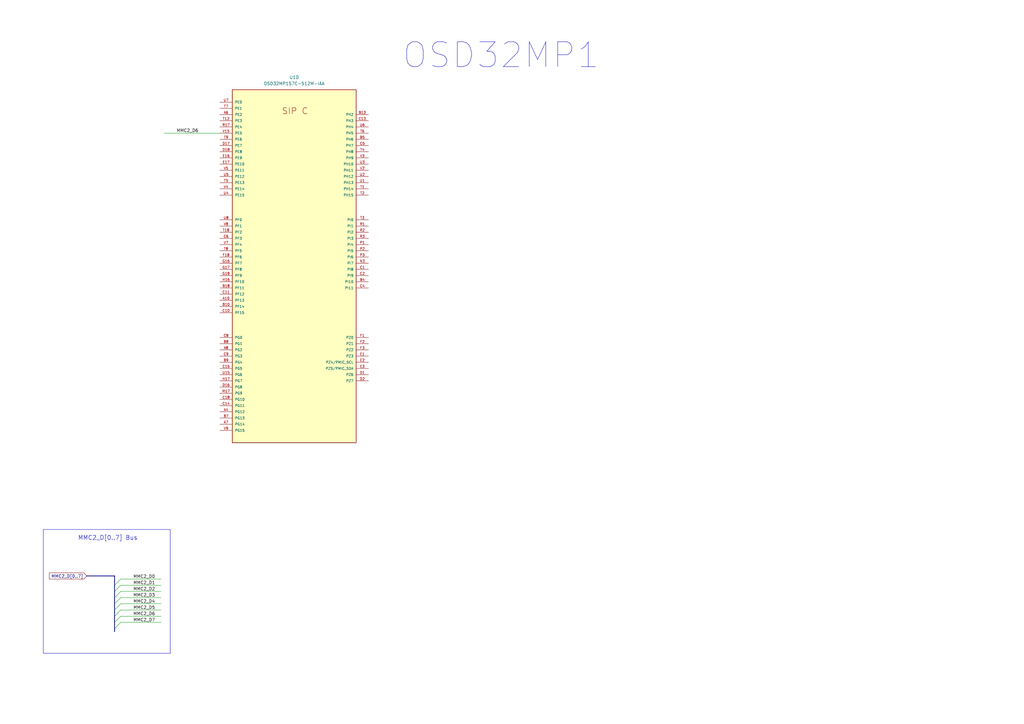
<source format=kicad_sch>
(kicad_sch (version 20231120) (generator "eeschema") (generator_version "8.0")
  (paper "A3")
  (lib_symbols
    (symbol "OSD32MP157C-512M-IAA:OSD32MP157C-512M-IAA" (pin_names (offset 1.016))
      (property "Reference" "U" (at 0 165.1 0))
      (property "Value" "OSD32MP157C-512M-IAA" (at 0 -2.54 0))
      (symbol "OSD32MP157C-512M-IAA_1_0"
        (polyline (pts (xy 0 96.52) (xy 30.48 96.52)) (stroke (width 0.254)))
        (polyline (pts (xy 30.48 10.16) (xy 30.48 0)) (stroke (width 0.254)))
        (polyline (pts (xy 30.48 10.16) (xy 30.48 12.7)) (stroke (width 0.254)))
        (polyline (pts (xy 30.48 12.7) (xy 0 12.7)) (stroke (width 0.254)))
        (polyline (pts (xy 30.48 20.32) (xy 30.48 12.7)) (stroke (width 0.254)))
        (polyline (pts (xy 30.48 20.32) (xy 30.48 27.94)) (stroke (width 0.254)))
        (polyline (pts (xy 30.48 20.32) (xy 60.96 20.32)) (stroke (width 0.254)))
        (polyline (pts (xy 30.48 27.94) (xy 0 27.94)) (stroke (width 0.254)))
        (polyline (pts (xy 30.48 33.02) (xy 30.48 27.94)) (stroke (width 0.254)))
        (polyline (pts (xy 30.48 33.02) (xy 60.96 33.02)) (stroke (width 0.254)))
        (polyline (pts (xy 30.48 43.18) (xy 0 43.18)) (stroke (width 0.254)))
        (polyline (pts (xy 30.48 43.18) (xy 30.48 33.02)) (stroke (width 0.254)))
        (polyline (pts (xy 30.48 50.8) (xy 30.48 43.18)) (stroke (width 0.254)))
        (polyline (pts (xy 30.48 50.8) (xy 60.96 50.8)) (stroke (width 0.254)))
        (polyline (pts (xy 30.48 58.42) (xy 0 58.42)) (stroke (width 0.254)))
        (polyline (pts (xy 30.48 58.42) (xy 30.48 50.8)) (stroke (width 0.254)))
        (polyline (pts (xy 30.48 73.66) (xy 0 73.66)) (stroke (width 0.254)))
        (polyline (pts (xy 30.48 73.66) (xy 30.48 58.42)) (stroke (width 0.254)))
        (polyline (pts (xy 30.48 96.52) (xy 30.48 73.66)) (stroke (width 0.254)))
        (polyline (pts (xy 30.48 162.56) (xy 30.48 96.52)) (stroke (width 0.254)))
        (polyline (pts (xy 60.96 10.16) (xy 30.48 10.16)) (stroke (width 0.254)))
        (rectangle (start 0 0) (end 60.96 162.56) (stroke (width 0.254)) (fill (type background)))
        (text "   if unused" (at 33.02 11.43 0) (effects (font (size 1.27 1.27)) (justify left bottom)))
        (text "Boot " (at 33.02 6.096 0) (effects (font (size 1.778 1.778)) (justify left bottom)))
        (text "Can be used" (at 33.02 38.1 0) (effects (font (size 1.27 1.27)) (justify left bottom)))
        (text "Config" (at 33.02 1.778 0) (effects (font (size 1.778 1.778)) (justify left bottom)))
        (text "Connect" (at 33.02 25.4 0) (effects (font (size 1.27 1.27)) (justify left bottom)))
        (text "Connect" (at 33.02 43.18 0) (effects (font (size 1.27 1.27)) (justify left bottom)))
        (text "Connect to GND" (at 2.54 10.16 0) (effects (font (size 1.27 1.27)) (justify left bottom)))
        (text "Connect to VDD" (at 33.02 15.24 0) (effects (font (size 1.27 1.27)) (justify left bottom)))
        (text "for boot config" (at 33.02 34.29 0) (effects (font (size 1.27 1.27)) (justify left bottom)))
        (text "GND to program EEPROM" (at 2.54 25.4 0) (effects (font (size 1.27 1.27)) (justify left bottom)))
        (text "Internal Use Only" (at 33.02 30.48 0) (effects (font (size 1.27 1.27)) (justify left bottom)))
        (text "Internal Use Only" (at 33.02 48.26 0) (effects (font (size 1.27 1.27)) (justify left bottom)))
        (text "Power Inputs" (at 25.4 121.92 900) (effects (font (size 2.54 2.54)) (justify left bottom)))
        (text "Power Outputs" (at 35.56 111.76 900) (effects (font (size 2.54 2.54)) (justify left bottom)))
        (text "Pull down to enable" (at 2.54 40.64 0) (effects (font (size 1.27 1.27)) (justify left bottom)))
        (text "SIP A" (at 7.62 83.82 0) (effects (font (size 2.54 2.54)) (justify left bottom)))
        (text "Together" (at 33.02 21.59 0) (effects (font (size 1.27 1.27)) (justify left bottom)))
        (text "Together" (at 33.02 39.37 0) (effects (font (size 1.27 1.27)) (justify left bottom)))
        (pin bidirectional line (at -5.08 66.04 0) (length 5.08) (name "PMIC_PONKEYN") (number "D3"))
        (pin bidirectional line (at -5.08 157.48 0) (length 5.08) (name "VIN_1") (number "G1"))
        (pin bidirectional line (at 66.04 124.46 180) (length 5.08) (name "PMIC_SWOUT_2") (number "G10"))
        (pin bidirectional line (at -5.08 152.4 0) (length 5.08) (name "VIN_3") (number "G2"))
        (pin bidirectional line (at -5.08 101.6 0) (length 5.08) (name "PMIC_LDO25IN") (number "G3"))
        (pin bidirectional line (at 66.04 86.36 180) (length 5.08) (name "PMIC_LDO2") (number "G4"))
        (pin bidirectional line (at 66.04 2.54 180) (length 5.08) (name "BOOT2") (number "G6"))
        (pin bidirectional line (at 66.04 48.26 180) (length 5.08) (name "VDD_1") (number "G7"))
        (pin bidirectional line (at 66.04 73.66 180) (length 5.08) (name "PMIC_LDO5") (number "G8"))
        (pin bidirectional line (at 66.04 127 180) (length 5.08) (name "PMIC_SWOUT_1") (number "G9"))
        (pin bidirectional line (at -5.08 154.94 0) (length 5.08) (name "VIN_2") (number "H1"))
        (pin bidirectional line (at -5.08 149.86 0) (length 5.08) (name "VIN_4") (number "H2"))
        (pin bidirectional line (at 66.04 157.48 180) (length 5.08) (name "PMIC_VOUT4_1") (number "H3"))
        (pin bidirectional line (at 66.04 60.96 180) (length 5.08) (name "PMIC_LDO6") (number "H4"))
        (pin bidirectional line (at 66.04 5.08 180) (length 5.08) (name "BOOT1") (number "H6"))
        (pin bidirectional line (at 66.04 45.72 180) (length 5.08) (name "VDD_2") (number "H7"))
        (pin bidirectional line (at -5.08 116.84 0) (length 5.08) (name "PMIC_SWIN_1") (number "H8"))
        (pin bidirectional line (at -5.08 114.3 0) (length 5.08) (name "PMIC_SWIN_2") (number "H9"))
        (pin bidirectional line (at -5.08 35.56 0) (length 5.08) (name "HSE_OSC_OEN") (number "J1"))
        (pin bidirectional line (at 66.04 154.94 180) (length 5.08) (name "PMIC_VOUT4_2") (number "J3"))
        (pin bidirectional line (at 66.04 99.06 180) (length 5.08) (name "PMIC_LDO1") (number "J4"))
        (pin bidirectional line (at 66.04 7.62 180) (length 5.08) (name "BOOT0") (number "J6"))
        (pin bidirectional line (at 66.04 43.18 180) (length 5.08) (name "VDD_3") (number "J7"))
        (pin bidirectional line (at 66.04 142.24 180) (length 5.08) (name "PMIC_BSTOUT_1") (number "J8"))
        (pin bidirectional line (at 66.04 139.7 180) (length 5.08) (name "PMIC_BSTOUT_2") (number "J9"))
        (pin bidirectional line (at 66.04 15.24 180) (length 5.08) (name "VBAT") (number "K3"))
        (pin bidirectional line (at 66.04 30.48 180) (length 5.08) (name "VDD_7") (number "K4"))
        (pin bidirectional line (at 66.04 40.64 180) (length 5.08) (name "VDD_4") (number "K7"))
        (pin bidirectional line (at 66.04 111.76 180) (length 5.08) (name "PMIC_VBUSOTG") (number "K8"))
        (pin bidirectional line (at 66.04 27.94 180) (length 5.08) (name "VDD_8") (number "L4"))
        (pin bidirectional line (at 66.04 38.1 180) (length 5.08) (name "VDD_5") (number "L7"))
        (pin bidirectional line (at -5.08 137.16 0) (length 5.08) (name "PMIC_BSTIN_1") (number "L8"))
        (pin bidirectional line (at -5.08 132.08 0) (length 5.08) (name "PMIC_BSTIN_3") (number "L9"))
        (pin bidirectional line (at -5.08 5.08 0) (length 5.08) (name "BYPASS_REG1V8") (number "M10"))
        (pin bidirectional line (at -5.08 50.8 0) (length 5.08) (name "NRST") (number "M3"))
        (pin bidirectional line (at 66.04 25.4 180) (length 5.08) (name "VDD_9") (number "M4"))
        (pin bidirectional line (at 66.04 35.56 180) (length 5.08) (name "VDD_6") (number "M7"))
        (pin bidirectional line (at -5.08 134.62 0) (length 5.08) (name "PMIC_BSTIN_2") (number "M8"))
        (pin bidirectional line (at -5.08 129.54 0) (length 5.08) (name "PMIC_BSTIN_4") (number "M9"))
        (pin bidirectional line (at -5.08 20.32 0) (length 5.08) (name "EEPROM_WP") (number "P4"))
      )
      (symbol "OSD32MP157C-512M-IAA_2_0"
        (rectangle (start 0 0) (end 50.8 96.52) (stroke (width 0.254)) (fill (type background)))
        (text "SIP B" (at 20.32 81.28 0) (effects (font (size 2.54 2.54)) (justify left bottom)))
        (pin bidirectional line (at -5.08 43.18 0) (length 5.08) (name "PB0") (number "A11"))
        (pin bidirectional line (at -5.08 73.66 0) (length 5.08) (name "PA7") (number "A12"))
        (pin bidirectional line (at -5.08 17.78 0) (length 5.08) (name "PB10") (number "A13"))
        (pin bidirectional line (at -5.08 10.16 0) (length 5.08) (name "PB13") (number "A14"))
        (pin bidirectional line (at -5.08 86.36 0) (length 5.08) (name "PA2") (number "A15"))
        (pin bidirectional line (at -5.08 78.74 0) (length 5.08) (name "PA5") (number "A16"))
        (pin bidirectional line (at 55.88 91.44 180) (length 5.08) (name "PC0") (number "A17"))
        (pin bidirectional line (at 55.88 5.08 180) (length 5.08) (name "PD15") (number "A2"))
        (pin bidirectional line (at -5.08 58.42 0) (length 5.08) (name "PA13") (number "A3"))
        (pin bidirectional line (at -5.08 83.82 0) (length 5.08) (name "PA3") (number "A5"))
        (pin bidirectional line (at -5.08 15.24 0) (length 5.08) (name "PB11") (number "A9"))
        (pin bidirectional line (at 55.88 20.32 180) (length 5.08) (name "PD9") (number "B1"))
        (pin bidirectional line (at -5.08 40.64 0) (length 5.08) (name "PB1") (number "B11"))
        (pin bidirectional line (at 55.88 81.28 180) (length 5.08) (name "PC4") (number "B12"))
        (pin bidirectional line (at -5.08 12.7 0) (length 5.08) (name "PB12") (number "B14"))
        (pin bidirectional line (at 55.88 88.9 180) (length 5.08) (name "PC1") (number "B15"))
        (pin bidirectional line (at -5.08 81.28 0) (length 5.08) (name "PA4") (number "B16"))
        (pin bidirectional line (at -5.08 76.2 0) (length 5.08) (name "PA6") (number "B17"))
        (pin bidirectional line (at 55.88 22.86 180) (length 5.08) (name "PD8") (number "B2"))
        (pin bidirectional line (at -5.08 55.88 0) (length 5.08) (name "PA14") (number "B3"))
        (pin bidirectional line (at 55.88 83.82 180) (length 5.08) (name "PC3") (number "B6"))
        (pin bidirectional line (at 55.88 78.74 180) (length 5.08) (name "PC5") (number "C12"))
        (pin bidirectional line (at -5.08 88.9 0) (length 5.08) (name "PA1") (number "C16"))
        (pin bidirectional line (at -5.08 30.48 0) (length 5.08) (name "PB5") (number "C17"))
        (pin bidirectional line (at 55.88 7.62 180) (length 5.08) (name "PD14") (number "C3"))
        (pin bidirectional line (at 55.88 86.36 180) (length 5.08) (name "PC2") (number "C7"))
        (pin bidirectional line (at 55.88 15.24 180) (length 5.08) (name "PD11") (number "E18"))
        (pin bidirectional line (at 55.88 12.7 180) (length 5.08) (name "PD12") (number "F16"))
        (pin bidirectional line (at 55.88 10.16 180) (length 5.08) (name "PD13") (number "F17"))
        (pin bidirectional line (at -5.08 27.94 0) (length 5.08) (name "PB6") (number "H18"))
        (pin bidirectional line (at -5.08 66.04 0) (length 5.08) (name "PA10") (number "L16"))
        (pin bidirectional line (at -5.08 63.5 0) (length 5.08) (name "PA11") (number "L17"))
        (pin bidirectional line (at -5.08 60.96 0) (length 5.08) (name "PA12") (number "L18"))
        (pin bidirectional line (at -5.08 38.1 0) (length 5.08) (name "PB2") (number "M18"))
        (pin bidirectional line (at 55.88 53.34 180) (length 5.08) (name "PC15-OSC32_OUT") (number "N1"))
        (pin bidirectional line (at 55.88 55.88 180) (length 5.08) (name "PC14-OSC32_IN") (number "N2"))
        (pin bidirectional line (at 55.88 73.66 180) (length 5.08) (name "PC7") (number "R16"))
        (pin bidirectional line (at 55.88 76.2 180) (length 5.08) (name "PC6") (number "R18"))
        (pin bidirectional line (at 55.88 27.94 180) (length 5.08) (name "PD6") (number "T10"))
        (pin bidirectional line (at 55.88 35.56 180) (length 5.08) (name "PD3") (number "T11"))
        (pin bidirectional line (at -5.08 22.86 0) (length 5.08) (name "PB8") (number "T13"))
        (pin bidirectional line (at -5.08 7.62 0) (length 5.08) (name "PB14") (number "T14"))
        (pin bidirectional line (at -5.08 53.34 0) (length 5.08) (name "PA15") (number "T15"))
        (pin bidirectional line (at 55.88 71.12 180) (length 5.08) (name "PC8") (number "T16"))
        (pin bidirectional line (at -5.08 71.12 0) (length 5.08) (name "PA8") (number "T17"))
        (pin bidirectional line (at 55.88 30.48 180) (length 5.08) (name "PD5") (number "U10"))
        (pin bidirectional line (at 55.88 40.64 180) (length 5.08) (name "PD1") (number "U11"))
        (pin bidirectional line (at -5.08 68.58 0) (length 5.08) (name "PA9") (number "U12"))
        (pin bidirectional line (at -5.08 20.32 0) (length 5.08) (name "PB9") (number "U13"))
        (pin bidirectional line (at -5.08 33.02 0) (length 5.08) (name "PB4") (number "U14"))
        (pin bidirectional line (at 55.88 68.58 180) (length 5.08) (name "PC9") (number "U16"))
        (pin bidirectional line (at 55.88 63.5 180) (length 5.08) (name "PC11") (number "U17"))
        (pin bidirectional line (at 55.88 38.1 180) (length 5.08) (name "PD2") (number "U18"))
        (pin bidirectional line (at 55.88 25.4 180) (length 5.08) (name "PD7") (number "U9"))
        (pin bidirectional line (at 55.88 33.02 180) (length 5.08) (name "PD4") (number "V10"))
        (pin bidirectional line (at 55.88 43.18 180) (length 5.08) (name "PD0") (number "V11"))
        (pin bidirectional line (at -5.08 25.4 0) (length 5.08) (name "PB7") (number "V12"))
        (pin bidirectional line (at -5.08 5.08 0) (length 5.08) (name "PB15") (number "V13"))
        (pin bidirectional line (at -5.08 35.56 0) (length 5.08) (name "PB3") (number "V14"))
        (pin bidirectional line (at 55.88 66.04 180) (length 5.08) (name "PC10") (number "V16"))
        (pin bidirectional line (at 55.88 60.96 180) (length 5.08) (name "PC12") (number "V17"))
        (pin bidirectional line (at 55.88 17.78 180) (length 5.08) (name "PD10") (number "V6"))
      )
      (symbol "OSD32MP157C-512M-IAA_3_0"
        (polyline (pts (xy 0 30.48) (xy 25.4 30.48)) (stroke (width 0.254)))
        (polyline (pts (xy 0 40.64) (xy 25.4 40.64)) (stroke (width 0.254)))
        (polyline (pts (xy 25.4 25.4) (xy 25.4 0)) (stroke (width 0.254)))
        (polyline (pts (xy 25.4 25.4) (xy 50.8 25.4)) (stroke (width 0.254)))
        (polyline (pts (xy 25.4 30.48) (xy 25.4 25.4)) (stroke (width 0.254)))
        (polyline (pts (xy 25.4 38.1) (xy 25.4 30.48)) (stroke (width 0.254)))
        (polyline (pts (xy 25.4 38.1) (xy 50.8 38.1)) (stroke (width 0.254)))
        (polyline (pts (xy 25.4 40.64) (xy 25.4 38.1)) (stroke (width 0.254)))
        (polyline (pts (xy 25.4 68.58) (xy 25.4 40.64)) (stroke (width 0.254)))
        (rectangle (start 0 0) (end 50.8 68.58) (stroke (width 0.254)) (fill (type background)))
        (text "Analog" (at 27.94 33.02 0) (effects (font (size 2.54 2.54)) (justify left bottom)))
        (text "Analog " (at 27.94 55.88 0) (effects (font (size 2.54 2.54)) (justify left bottom)))
        (text "DSI" (at 17.78 58.42 900) (effects (font (size 2.54 2.54)) (justify right top)))
        (text "JTAG" (at 27.94 20.32 0) (effects (font (size 2.54 2.54)) (justify left bottom)))
        (text "Power" (at 27.94 50.8 0) (effects (font (size 2.54 2.54)) (justify left bottom)))
        (text "SIP D" (at 7.62 35.56 0) (effects (font (size 2.54 2.54)) (justify left bottom)))
        (text "USB" (at 17.78 20.32 900) (effects (font (size 2.54 2.54)) (justify right top)))
        (pin bidirectional line (at -5.08 7.62 0) (length 5.08) (name "USB_DM2") (number "J17"))
        (pin bidirectional line (at -5.08 5.08 0) (length 5.08) (name "USB_DP2") (number "J18"))
        (pin bidirectional line (at 55.88 43.18 180) (length 5.08) (name "VSSA") (number "K1"))
        (pin bidirectional line (at -5.08 15.24 0) (length 5.08) (name "USB_DP1") (number "K17"))
        (pin bidirectional line (at -5.08 17.78 0) (length 5.08) (name "USB_DM1") (number "K18"))
        (pin bidirectional line (at 55.88 45.72 180) (length 5.08) (name "VREF-") (number "K2"))
        (pin bidirectional line (at -5.08 25.4 0) (length 5.08) (name "OTG_VBUS") (number "K9"))
        (pin bidirectional line (at 55.88 33.02 180) (length 5.08) (name "ANA0") (number "L1"))
        (pin bidirectional line (at 55.88 30.48 180) (length 5.08) (name "ANA1") (number "L2"))
        (pin bidirectional line (at 55.88 63.5 180) (length 5.08) (name "VDDA") (number "M1"))
        (pin bidirectional line (at 55.88 60.96 180) (length 5.08) (name "VREF+") (number "M2"))
        (pin bidirectional line (at -5.08 48.26 0) (length 5.08) (name "DSI_CKP") (number "N16"))
        (pin bidirectional line (at -5.08 55.88 0) (length 5.08) (name "DSI_D1P") (number "N17"))
        (pin bidirectional line (at -5.08 53.34 0) (length 5.08) (name "DSI_D1N") (number "N18"))
        (pin bidirectional line (at -5.08 45.72 0) (length 5.08) (name "DSI_CKN") (number "P16"))
        (pin bidirectional line (at -5.08 63.5 0) (length 5.08) (name "DSI_D0P") (number "P17"))
        (pin bidirectional line (at -5.08 60.96 0) (length 5.08) (name "DSI_D0N") (number "P18"))
        (pin bidirectional line (at 55.88 7.62 180) (length 5.08) (name "NJTRST") (number "R11"))
        (pin bidirectional line (at 55.88 10.16 180) (length 5.08) (name "JTDO-TRACESWO") (number "R12"))
        (pin bidirectional line (at 55.88 12.7 180) (length 5.08) (name "JTDI") (number "R13"))
        (pin bidirectional line (at 55.88 17.78 180) (length 5.08) (name "JTMS-SWDIO") (number "R14"))
        (pin bidirectional line (at 55.88 15.24 180) (length 5.08) (name "JTCK-SWCLK") (number "R15"))
      )
      (symbol "OSD32MP157C-512M-IAA_4_0"
        (rectangle (start 0 0) (end 50.8 144.78) (stroke (width 0.254)) (fill (type background)))
        (text "SIP C" (at 20.32 134.62 0) (effects (font (size 2.54 2.54)) (justify left bottom)))
        (pin bidirectional line (at -5.08 58.42 0) (length 5.08) (name "PF13") (number "A10"))
        (pin bidirectional line (at -5.08 12.7 0) (length 5.08) (name "PG12") (number "A4"))
        (pin bidirectional line (at -5.08 134.62 0) (length 5.08) (name "PE2") (number "A6"))
        (pin bidirectional line (at -5.08 7.62 0) (length 5.08) (name "PG14") (number "A7"))
        (pin bidirectional line (at -5.08 38.1 0) (length 5.08) (name "PG2") (number "A8"))
        (pin bidirectional line (at -5.08 55.88 0) (length 5.08) (name "PF14") (number "B10"))
        (pin bidirectional line (at 55.88 134.62 180) (length 5.08) (name "PH2") (number "B13"))
        (pin bidirectional line (at -5.08 63.5 0) (length 5.08) (name "PF11") (number "B18"))
        (pin bidirectional line (at 55.88 66.04 180) (length 5.08) (name "PI10") (number "B4"))
        (pin bidirectional line (at 55.88 124.46 180) (length 5.08) (name "PH6") (number "B5"))
        (pin bidirectional line (at -5.08 10.16 0) (length 5.08) (name "PG13") (number "B7"))
        (pin bidirectional line (at -5.08 40.64 0) (length 5.08) (name "PG1") (number "B8"))
        (pin bidirectional line (at -5.08 33.02 0) (length 5.08) (name "PG4") (number "B9"))
        (pin bidirectional line (at 55.88 71.12 180) (length 5.08) (name "PI8") (number "C1"))
        (pin bidirectional line (at -5.08 53.34 0) (length 5.08) (name "PF15") (number "C10"))
        (pin bidirectional line (at -5.08 60.96 0) (length 5.08) (name "PF12") (number "C11"))
        (pin bidirectional line (at 55.88 132.08 180) (length 5.08) (name "PH3") (number "C13"))
        (pin bidirectional line (at -5.08 15.24 0) (length 5.08) (name "PG11") (number "C14"))
        (pin bidirectional line (at -5.08 30.48 0) (length 5.08) (name "PG5") (number "C15"))
        (pin bidirectional line (at -5.08 17.78 0) (length 5.08) (name "PG10") (number "C18"))
        (pin bidirectional line (at 55.88 68.58 180) (length 5.08) (name "PI9") (number "C2"))
        (pin bidirectional line (at 55.88 63.5 180) (length 5.08) (name "PI11") (number "C4"))
        (pin bidirectional line (at 55.88 121.92 180) (length 5.08) (name "PH7") (number "C5"))
        (pin bidirectional line (at -5.08 83.82 0) (length 5.08) (name "PF3") (number "C6"))
        (pin bidirectional line (at -5.08 43.18 0) (length 5.08) (name "PG0") (number "C8"))
        (pin bidirectional line (at -5.08 35.56 0) (length 5.08) (name "PG3") (number "C9"))
        (pin bidirectional line (at 55.88 27.94 180) (length 5.08) (name "PZ6") (number "D1"))
        (pin bidirectional line (at -5.08 22.86 0) (length 5.08) (name "PG8") (number "D16"))
        (pin bidirectional line (at -5.08 121.92 0) (length 5.08) (name "PE7") (number "D17"))
        (pin bidirectional line (at -5.08 119.38 0) (length 5.08) (name "PE8") (number "D18"))
        (pin bidirectional line (at 55.88 25.4 180) (length 5.08) (name "PZ7") (number "D2"))
        (pin bidirectional line (at 55.88 35.56 180) (length 5.08) (name "PZ3") (number "E1"))
        (pin bidirectional line (at -5.08 116.84 0) (length 5.08) (name "PE9") (number "E16"))
        (pin bidirectional line (at -5.08 114.3 0) (length 5.08) (name "PE10") (number "E17"))
        (pin bidirectional line (at 55.88 33.02 180) (length 5.08) (name "PZ4/PMIC_SCL") (number "E2"))
        (pin bidirectional line (at 55.88 30.48 180) (length 5.08) (name "PZ5/PMIC_SDA") (number "E3"))
        (pin bidirectional line (at 55.88 43.18 180) (length 5.08) (name "PZ0") (number "F1"))
        (pin bidirectional line (at -5.08 76.2 0) (length 5.08) (name "PF6") (number "F18"))
        (pin bidirectional line (at 55.88 40.64 180) (length 5.08) (name "PZ1") (number "F2"))
        (pin bidirectional line (at 55.88 38.1 180) (length 5.08) (name "PZ2") (number "F3"))
        (pin bidirectional line (at -5.08 73.66 0) (length 5.08) (name "PF7") (number "G16"))
        (pin bidirectional line (at -5.08 71.12 0) (length 5.08) (name "PF8") (number "G17"))
        (pin bidirectional line (at -5.08 68.58 0) (length 5.08) (name "PF9") (number "G18"))
        (pin bidirectional line (at -5.08 66.04 0) (length 5.08) (name "PF10") (number "H16"))
        (pin bidirectional line (at -5.08 25.4 0) (length 5.08) (name "PG7") (number "H17"))
        (pin bidirectional line (at -5.08 20.32 0) (length 5.08) (name "PG9") (number "M17"))
        (pin bidirectional line (at 55.88 73.66 180) (length 5.08) (name "PI7") (number "N3"))
        (pin bidirectional line (at 55.88 81.28 180) (length 5.08) (name "PI4") (number "P1"))
        (pin bidirectional line (at 55.88 78.74 180) (length 5.08) (name "PI5") (number "P2"))
        (pin bidirectional line (at 55.88 76.2 180) (length 5.08) (name "PI6") (number "P3"))
        (pin bidirectional line (at 55.88 88.9 180) (length 5.08) (name "PI1") (number "R1"))
        (pin bidirectional line (at -5.08 129.54 0) (length 5.08) (name "PE4") (number "R17"))
        (pin bidirectional line (at 55.88 86.36 180) (length 5.08) (name "PI2") (number "R2"))
        (pin bidirectional line (at 55.88 83.82 180) (length 5.08) (name "PI3") (number "R3"))
        (pin bidirectional line (at 55.88 104.14 180) (length 5.08) (name "PH14") (number "T1"))
        (pin bidirectional line (at -5.08 132.08 0) (length 5.08) (name "PE3") (number "T12"))
        (pin bidirectional line (at -5.08 86.36 0) (length 5.08) (name "PF2") (number "T18"))
        (pin bidirectional line (at 55.88 101.6 180) (length 5.08) (name "PH15") (number "T2"))
        (pin bidirectional line (at 55.88 91.44 180) (length 5.08) (name "PI0") (number "T3"))
        (pin bidirectional line (at 55.88 119.38 180) (length 5.08) (name "PH8") (number "T4"))
        (pin bidirectional line (at -5.08 106.68 0) (length 5.08) (name "PE13") (number "T5"))
        (pin bidirectional line (at 55.88 127 180) (length 5.08) (name "PH5") (number "T6"))
        (pin bidirectional line (at -5.08 137.16 0) (length 5.08) (name "PE1") (number "T7"))
        (pin bidirectional line (at -5.08 78.74 0) (length 5.08) (name "PF5") (number "T8"))
        (pin bidirectional line (at -5.08 124.46 0) (length 5.08) (name "PE6") (number "T9"))
        (pin bidirectional line (at 55.88 106.68 180) (length 5.08) (name "PH13") (number "U1"))
        (pin bidirectional line (at -5.08 27.94 0) (length 5.08) (name "PG6") (number "U15"))
        (pin bidirectional line (at 55.88 109.22 180) (length 5.08) (name "PH12") (number "U2"))
        (pin bidirectional line (at 55.88 114.3 180) (length 5.08) (name "PH10") (number "U3"))
        (pin bidirectional line (at -5.08 101.6 0) (length 5.08) (name "PE15") (number "U4"))
        (pin bidirectional line (at -5.08 109.22 0) (length 5.08) (name "PE12") (number "U5"))
        (pin bidirectional line (at 55.88 129.54 180) (length 5.08) (name "PH4") (number "U6"))
        (pin bidirectional line (at -5.08 139.7 0) (length 5.08) (name "PE0") (number "U7"))
        (pin bidirectional line (at -5.08 91.44 0) (length 5.08) (name "PF0") (number "U8"))
        (pin bidirectional line (at -5.08 127 0) (length 5.08) (name "PE5") (number "V15"))
        (pin bidirectional line (at 55.88 111.76 180) (length 5.08) (name "PH11") (number "V2"))
        (pin bidirectional line (at 55.88 116.84 180) (length 5.08) (name "PH9") (number "V3"))
        (pin bidirectional line (at -5.08 104.14 0) (length 5.08) (name "PE14") (number "V4"))
        (pin bidirectional line (at -5.08 111.76 0) (length 5.08) (name "PE11") (number "V5"))
        (pin bidirectional line (at -5.08 81.28 0) (length 5.08) (name "PF4") (number "V7"))
        (pin bidirectional line (at -5.08 88.9 0) (length 5.08) (name "PF1") (number "V8"))
        (pin bidirectional line (at -5.08 5.08 0) (length 5.08) (name "PG15") (number "V9"))
      )
      (symbol "OSD32MP157C-512M-IAA_5_0"
        (rectangle (start 0 0) (end 50.8 96.52) (stroke (width 0.254)) (fill (type background)))
        (text "    pads instead of a via per pad." (at 32.258 12.7 900) (effects (font (size 1.778 1.778)) (justify left bottom)))
        (text "NOTE:  Can use pours to connect VSS" (at 27.94 12.7 900) (effects (font (size 1.778 1.778)) (justify left bottom)))
        (text "SIP E" (at 25.4 86.36 0) (effects (font (size 2.54 2.54)) (justify bottom)))
        (pin bidirectional line (at -5.08 91.44 0) (length 5.08) (name "VSS_1") (number "D4"))
        (pin bidirectional line (at -5.08 20.32 0) (length 5.08) (name "VSS_29") (number "E10"))
        (pin bidirectional line (at -5.08 12.7 0) (length 5.08) (name "VSS_32") (number "E11"))
        (pin bidirectional line (at 55.88 88.9 180) (length 5.08) (name "VSS_37") (number "E12"))
        (pin bidirectional line (at 55.88 76.2 180) (length 5.08) (name "VSS_42") (number "E13"))
        (pin bidirectional line (at 55.88 53.34 180) (length 5.08) (name "VSS_51") (number "E14"))
        (pin bidirectional line (at 55.88 30.48 180) (length 5.08) (name "VSS_60") (number "E15"))
        (pin bidirectional line (at -5.08 88.9 0) (length 5.08) (name "VSS_2") (number "E4"))
        (pin bidirectional line (at -5.08 83.82 0) (length 5.08) (name "VSS_4") (number "E5"))
        (pin bidirectional line (at -5.08 58.42 0) (length 5.08) (name "VSS_14") (number "E6"))
        (pin bidirectional line (at -5.08 48.26 0) (length 5.08) (name "VSS_18") (number "E7"))
        (pin bidirectional line (at -5.08 38.1 0) (length 5.08) (name "VSS_22") (number "E8"))
        (pin bidirectional line (at -5.08 27.94 0) (length 5.08) (name "VSS_26") (number "E9"))
        (pin bidirectional line (at -5.08 17.78 0) (length 5.08) (name "VSS_30") (number "F10"))
        (pin bidirectional line (at -5.08 10.16 0) (length 5.08) (name "VSS_33") (number "F11"))
        (pin bidirectional line (at 55.88 86.36 180) (length 5.08) (name "VSS_38") (number "F12"))
        (pin bidirectional line (at 55.88 73.66 180) (length 5.08) (name "VSS_43") (number "F13"))
        (pin bidirectional line (at 55.88 50.8 180) (length 5.08) (name "VSS_52") (number "F14"))
        (pin bidirectional line (at 55.88 27.94 180) (length 5.08) (name "VSS_61") (number "F15"))
        (pin bidirectional line (at -5.08 86.36 0) (length 5.08) (name "VSS_3") (number "F4"))
        (pin bidirectional line (at -5.08 81.28 0) (length 5.08) (name "VSS_5") (number "F5"))
        (pin bidirectional line (at -5.08 55.88 0) (length 5.08) (name "VSS_15") (number "F6"))
        (pin bidirectional line (at -5.08 45.72 0) (length 5.08) (name "VSS_19") (number "F7"))
        (pin bidirectional line (at -5.08 35.56 0) (length 5.08) (name "VSS_23") (number "F8"))
        (pin bidirectional line (at -5.08 25.4 0) (length 5.08) (name "VSS_27") (number "F9"))
        (pin bidirectional line (at -5.08 7.62 0) (length 5.08) (name "VSS_34") (number "G11"))
        (pin bidirectional line (at 55.88 83.82 180) (length 5.08) (name "VSS_39") (number "G12"))
        (pin bidirectional line (at 55.88 71.12 180) (length 5.08) (name "VSS_44") (number "G13"))
        (pin bidirectional line (at 55.88 48.26 180) (length 5.08) (name "VSS_53") (number "G14"))
        (pin bidirectional line (at 55.88 25.4 180) (length 5.08) (name "VSS_62") (number "G15"))
        (pin bidirectional line (at -5.08 78.74 0) (length 5.08) (name "VSS_6") (number "G5"))
        (pin bidirectional line (at 55.88 68.58 180) (length 5.08) (name "VSS_45") (number "H13"))
        (pin bidirectional line (at 55.88 45.72 180) (length 5.08) (name "VSS_54") (number "H14"))
        (pin bidirectional line (at 55.88 22.86 180) (length 5.08) (name "VSS_63") (number "H15"))
        (pin bidirectional line (at -5.08 76.2 0) (length 5.08) (name "VSS_7") (number "H5"))
        (pin bidirectional line (at 55.88 66.04 180) (length 5.08) (name "VSS_46") (number "J13"))
        (pin bidirectional line (at 55.88 43.18 180) (length 5.08) (name "VSS_55") (number "J14"))
        (pin bidirectional line (at 55.88 20.32 180) (length 5.08) (name "VSS_64") (number "J15"))
        (pin bidirectional line (at 55.88 7.62 180) (length 5.08) (name "VSS_69") (number "J16"))
        (pin bidirectional line (at -5.08 73.66 0) (length 5.08) (name "VSS_8") (number "J5"))
        (pin bidirectional line (at 55.88 63.5 180) (length 5.08) (name "VSS_47") (number "K13"))
        (pin bidirectional line (at 55.88 40.64 180) (length 5.08) (name "VSS_56") (number "K14"))
        (pin bidirectional line (at 55.88 17.78 180) (length 5.08) (name "VSS_65") (number "K15"))
        (pin bidirectional line (at 55.88 5.08 180) (length 5.08) (name "VSS_70") (number "K16"))
        (pin bidirectional line (at -5.08 71.12 0) (length 5.08) (name "VSS_9") (number "K5"))
        (pin bidirectional line (at 55.88 60.96 180) (length 5.08) (name "VSS_48") (number "L13"))
        (pin bidirectional line (at 55.88 38.1 180) (length 5.08) (name "VSS_57") (number "L14"))
        (pin bidirectional line (at 55.88 15.24 180) (length 5.08) (name "VSS_66") (number "L15"))
        (pin bidirectional line (at -5.08 68.58 0) (length 5.08) (name "VSS_10") (number "L5"))
        (pin bidirectional line (at -5.08 5.08 0) (length 5.08) (name "VSS_35") (number "M11"))
        (pin bidirectional line (at 55.88 81.28 180) (length 5.08) (name "VSS_40") (number "M12"))
        (pin bidirectional line (at 55.88 58.42 180) (length 5.08) (name "VSS_49") (number "M13"))
        (pin bidirectional line (at 55.88 35.56 180) (length 5.08) (name "VSS_58") (number "M14"))
        (pin bidirectional line (at 55.88 12.7 180) (length 5.08) (name "VSS_67") (number "M15"))
        (pin bidirectional line (at -5.08 66.04 0) (length 5.08) (name "VSS_11") (number "M5"))
        (pin bidirectional line (at -5.08 15.24 0) (length 5.08) (name "VSS_31") (number "N10"))
        (pin bidirectional line (at 55.88 91.44 180) (length 5.08) (name "VSS_36") (number "N11"))
        (pin bidirectional line (at 55.88 78.74 180) (length 5.08) (name "VSS_41") (number "N12"))
        (pin bidirectional line (at 55.88 55.88 180) (length 5.08) (name "VSS_50") (number "N13"))
        (pin bidirectional line (at 55.88 33.02 180) (length 5.08) (name "VSS_59") (number "N14"))
        (pin bidirectional line (at 55.88 10.16 180) (length 5.08) (name "VSS_68") (number "N15"))
        (pin bidirectional line (at -5.08 63.5 0) (length 5.08) (name "VSS_12") (number "N5"))
        (pin bidirectional line (at -5.08 53.34 0) (length 5.08) (name "VSS_16") (number "N6"))
        (pin bidirectional line (at -5.08 43.18 0) (length 5.08) (name "VSS_20") (number "N7"))
        (pin bidirectional line (at -5.08 33.02 0) (length 5.08) (name "VSS_24") (number "N8"))
        (pin bidirectional line (at -5.08 22.86 0) (length 5.08) (name "VSS_28") (number "N9"))
        (pin bidirectional line (at -5.08 60.96 0) (length 5.08) (name "VSS_13") (number "P5"))
        (pin bidirectional line (at -5.08 50.8 0) (length 5.08) (name "VSS_17") (number "P6"))
        (pin bidirectional line (at -5.08 40.64 0) (length 5.08) (name "VSS_21") (number "P7"))
        (pin bidirectional line (at -5.08 30.48 0) (length 5.08) (name "VSS_25") (number "P8"))
      )
      (symbol "OSD32MP157C-512M-IAA_6_0"
        (polyline (pts (xy 0 35.56) (xy 50.8 35.56)) (stroke (width 0.254)))
        (rectangle (start 0 0) (end 50.8 66.04) (stroke (width 0.254)) (fill (type background)))
        (text "Do Not Use" (at 27.94 11.43 0) (effects (font (size 1.778 1.778)) (justify left top)))
        (text "Do Not Use" (at 27.94 46.99 0) (effects (font (size 1.778 1.778)) (justify left top)))
        (text "Power Rails" (at 22.86 53.34 0) (effects (font (size 1.778 1.778)) (justify left top)))
        (text "Processor Control" (at 22.86 30.48 0) (effects (font (size 1.778 1.778)) (justify left top)))
        (text "recommended" (at 27.94 -1.524 0) (effects (font (size 1.778 1.778)) (justify left top)))
        (text "recommended" (at 27.94 34.036 0) (effects (font (size 1.778 1.778)) (justify left top)))
        (text "signal " (at 27.94 2.794 0) (effects (font (size 1.778 1.778)) (justify left top)))
        (text "signal " (at 27.94 38.354 0) (effects (font (size 1.778 1.778)) (justify left top)))
        (text "SIP F" (at 25.4 60.96 0) (effects (font (size 2.54 2.54)) (justify bottom)))
        (text "Test Point per " (at 27.94 7.112 0) (effects (font (size 1.778 1.778)) (justify left top)))
        (text "Test Point per " (at 27.94 42.672 0) (effects (font (size 1.778 1.778)) (justify left top)))
        (pin bidirectional line (at -5.08 20.32 0) (length 5.08) (name "PWR_ON/PMIC_PWRCTRL") (number "D5"))
        (pin bidirectional line (at -5.08 22.86 0) (length 5.08) (name "PC13/PMIC_WAKEUP") (number "D6"))
        (pin bidirectional line (at -5.08 55.88 0) (length 5.08) (name "VTT_DDR") (number "J12"))
        (pin bidirectional line (at -5.08 30.48 0) (length 5.08) (name "HSE_OSC_TP") (number "J2"))
        (pin bidirectional line (at -5.08 58.42 0) (length 5.08) (name "VDD_DDR") (number "K12"))
        (pin bidirectional line (at -5.08 15.24 0) (length 5.08) (name "PWR_LP") (number "K6"))
        (pin bidirectional line (at -5.08 53.34 0) (length 5.08) (name "VREF_DDR") (number "L12"))
        (pin bidirectional line (at -5.08 25.4 0) (length 5.08) (name "PA0/PMIC_INTN") (number "L3"))
        (pin bidirectional line (at -5.08 10.16 0) (length 5.08) (name "PDR_ON_CORE") (number "L6"))
        (pin bidirectional line (at -5.08 12.7 0) (length 5.08) (name "PDR_ON") (number "M6"))
        (pin bidirectional line (at -5.08 5.08 0) (length 5.08) (name "NRST_CORE") (number "N4"))
        (pin bidirectional line (at -5.08 60.96 0) (length 5.08) (name "VDD_CORE") (number "R4"))
        (pin bidirectional line (at -5.08 48.26 0) (length 5.08) (name "VDD3V3_USB") (number "R5"))
        (pin bidirectional line (at -5.08 40.64 0) (length 5.08) (name "VDD1V2_DSI_REG") (number "R6"))
        (pin bidirectional line (at -5.08 43.18 0) (length 5.08) (name "VDDA1V8_REG") (number "R7"))
        (pin bidirectional line (at -5.08 45.72 0) (length 5.08) (name "VDDA1V1_REG") (number "R8"))
      )
      (symbol "OSD32MP157C-512M-IAA_7_0"
        (rectangle (start 0 0) (end 50.8 33.02) (stroke (width 0.254)) (fill (type background)))
        (text "All pins reserved " (at 17.78 18.796 0) (effects (font (size 1.778 1.778)) (justify left bottom)))
        (text "Do Not Connect" (at 20.32 10.16 0) (effects (font (size 1.778 1.778)) (justify left bottom)))
        (text "for future use" (at 17.78 14.478 0) (effects (font (size 1.778 1.778)) (justify left bottom)))
        (text "SIP G" (at 30.48 22.86 0) (effects (font (size 2.54 2.54)) (justify bottom)))
        (pin bidirectional line (at -5.08 15.24 0) (length 5.08) (name "RSVD_6") (number "D10"))
        (pin bidirectional line (at -5.08 27.94 0) (length 5.08) (name "RSVD_1") (number "D7"))
        (pin bidirectional line (at -5.08 25.4 0) (length 5.08) (name "RSVD_2") (number "D8"))
        (pin bidirectional line (at -5.08 22.86 0) (length 5.08) (name "RSVD_3") (number "D9"))
        (pin bidirectional line (at -5.08 7.62 0) (length 5.08) (name "RSVD_9") (number "H12"))
        (pin bidirectional line (at -5.08 5.08 0) (length 5.08) (name "RSVD_10") (number "M16"))
        (pin bidirectional line (at -5.08 12.7 0) (length 5.08) (name "RSVD_7") (number "P10"))
        (pin bidirectional line (at -5.08 20.32 0) (length 5.08) (name "RSVD_4") (number "P9"))
        (pin bidirectional line (at -5.08 10.16 0) (length 5.08) (name "RSVD_8") (number "R10"))
        (pin bidirectional line (at -5.08 17.78 0) (length 5.08) (name "RSVD_5") (number "R9"))
      )
    )
  )
  (bus_entry (at 49.53 255.27) (size -2.54 2.54))
  (bus_entry (at 49.53 242.57) (size -2.54 2.54))
  (bus_entry (at 49.53 250.19) (size -2.54 2.54))
  (bus_entry (at 49.53 240.03) (size -2.54 2.54))
  (bus_entry (at 49.53 247.65) (size -2.54 2.54))
  (bus_entry (at 49.53 245.11) (size -2.54 2.54))
  (bus_entry (at 49.53 252.73) (size -2.54 2.54))
  (bus_entry (at 49.53 237.49) (size -2.54 2.54))
  (bus (pts (xy 46.99 250.19) (xy 46.99 252.73)))
  (wire (pts (xy 49.53 240.03) (xy 66.04 240.03)))
  (wire (pts (xy 49.53 237.49) (xy 66.04 237.49)))
  (bus (pts (xy 46.99 257.81) (xy 46.99 259.08)))
  (bus (pts (xy 35.56 236.22) (xy 46.99 236.22)))
  (wire (pts (xy 67.31 54.61) (xy 90.17 54.61)))
  (wire (pts (xy 49.53 245.11) (xy 66.04 245.11)))
  (bus (pts (xy 46.99 236.22) (xy 46.99 240.03)))
  (bus (pts (xy 46.99 255.27) (xy 46.99 257.81)))
  (bus (pts (xy 46.99 240.03) (xy 46.99 242.57)))
  (bus (pts (xy 46.99 245.11) (xy 46.99 247.65)))
  (bus (pts (xy 46.99 247.65) (xy 46.99 250.19)))
  (bus (pts (xy 46.99 242.57) (xy 46.99 245.11)))
  (wire (pts (xy 49.53 252.73) (xy 66.04 252.73)))
  (wire (pts (xy 49.53 247.65) (xy 66.04 247.65)))
  (bus (pts (xy 46.99 252.73) (xy 46.99 255.27)))
  (wire (pts (xy 49.53 242.57) (xy 66.04 242.57)))
  (wire (pts (xy 49.53 250.19) (xy 66.04 250.19)))
  (wire (pts (xy 49.53 255.27) (xy 66.04 255.27)))
  (rectangle (start 17.78 217.17) (end 69.85 267.97))
  (text "OSD32MP1" (at 205.486 22.86 0) (effects (font (size 10.16 10.16))))
  (text "MMC2_D[0..7] Bus" (at 44.196 220.726 0) (effects (font (size 1.778 1.778))))
  (label "MMC2_D2" (at 54.61 242.57 0))
  (label "MMC2_D0" (at 54.61 237.49 0))
  (label "MMC2_D5" (at 54.61 250.19 0))
  (label "MMC2_D7" (at 54.61 255.27 0))
  (label "MMC2_D3" (at 54.61 245.11 0))
  (label "MMC2_D6" (at 72.39 54.61 0))
  (label "MMC2_D6" (at 54.61 252.73 0))
  (label "MMC2_D4" (at 54.61 247.65 0))
  (label "MMC2_D1" (at 54.61 240.03 0))
  (global_label "MMC2_D[0..7]" (shape input) (at 35.56 236.22 180) (property "Intersheetrefs" "${INTERSHEET_REFS}" (effects (hide yes))))
  (symbol (lib_id "OSD32MP157C-512M-IAA:OSD32MP157C-512M-IAA") (at 95.25 181.61 0) (unit 4)
    (property "Reference" "U1" (at 120.65 31.75 0))
    (property "Value" "OSD32MP157C-512M-IAA" (at 120.65 34.29 0))
    (property "Footprint" "OSD32MP157C-512M-IAA:OSD32MP15X-BGA-324" (effects (hide yes)))
    (property "MF" "Octavo Systems LLC" (effects (hide yes)))
    (property "Description_1" "\nOSD32MP15x Embedded Module Arm® Dual Cortex®-A7, Arm® Cortex®-M4 NEON™ SIMD 650MHz, 209MHz\n" (effects (hide yes)))
    (property "Package" "BGA-302 Octavo Systems" (effects (hide yes)))
    (property "Price" "None" (effects (hide yes)))
    (property "SnapEDA_Link" "https://www.snapeda.com/parts/OSD32MP157C-512M-IAA/Octavo+Systems+LLC/view-part/?ref=snap" (effects (hide yes)))
    (property "MP" "OSD32MP157C-512M-IAA" (effects (hide yes)))
    (property "Purchase-URL" "https://www.snapeda.com/api/url_track_click_mouser/?unipart_id=4998964&manufacturer=Octavo Systems LLC&part_name=OSD32MP157C-512M-IAA&search_term=osd32mp1" (effects (hide yes)))
    (property "Availability" "In Stock" (effects (hide yes)))
    (property "Check_prices" "https://www.snapeda.com/parts/OSD32MP157C-512M-IAA/Octavo+Systems+LLC/view-part/?ref=eda" (effects (hide yes)))
  )
)
</source>
